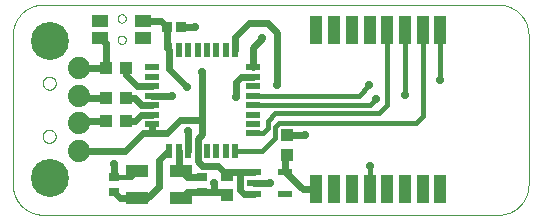
<source format=gtl>
G75*
%MOIN*%
%OFA0B0*%
%FSLAX25Y25*%
%IPPOS*%
%LPD*%
%AMOC8*
5,1,8,0,0,1.08239X$1,22.5*
%
%ADD10C,0.00000*%
%ADD11C,0.07400*%
%ADD12C,0.12661*%
%ADD13R,0.04331X0.09449*%
%ADD14R,0.02200X0.05000*%
%ADD15R,0.05000X0.02200*%
%ADD16R,0.07480X0.04331*%
%ADD17R,0.04331X0.03937*%
%ADD18R,0.03543X0.02756*%
%ADD19R,0.04724X0.02165*%
%ADD20R,0.03937X0.04331*%
%ADD21R,0.03346X0.03543*%
%ADD22R,0.05512X0.04134*%
%ADD23C,0.01600*%
%ADD24C,0.02400*%
%ADD25C,0.02800*%
%ADD26C,0.01200*%
D10*
X0058979Y0013610D02*
X0058979Y0063610D01*
X0058982Y0063852D01*
X0058991Y0064093D01*
X0059005Y0064334D01*
X0059026Y0064575D01*
X0059052Y0064815D01*
X0059084Y0065055D01*
X0059122Y0065294D01*
X0059165Y0065531D01*
X0059215Y0065768D01*
X0059270Y0066003D01*
X0059330Y0066237D01*
X0059397Y0066469D01*
X0059468Y0066700D01*
X0059546Y0066929D01*
X0059629Y0067156D01*
X0059717Y0067381D01*
X0059811Y0067604D01*
X0059910Y0067824D01*
X0060015Y0068042D01*
X0060124Y0068257D01*
X0060239Y0068470D01*
X0060359Y0068680D01*
X0060484Y0068886D01*
X0060614Y0069090D01*
X0060749Y0069291D01*
X0060889Y0069488D01*
X0061033Y0069682D01*
X0061182Y0069872D01*
X0061336Y0070058D01*
X0061494Y0070241D01*
X0061656Y0070420D01*
X0061823Y0070595D01*
X0061994Y0070766D01*
X0062169Y0070933D01*
X0062348Y0071095D01*
X0062531Y0071253D01*
X0062717Y0071407D01*
X0062907Y0071556D01*
X0063101Y0071700D01*
X0063298Y0071840D01*
X0063499Y0071975D01*
X0063703Y0072105D01*
X0063909Y0072230D01*
X0064119Y0072350D01*
X0064332Y0072465D01*
X0064547Y0072574D01*
X0064765Y0072679D01*
X0064985Y0072778D01*
X0065208Y0072872D01*
X0065433Y0072960D01*
X0065660Y0073043D01*
X0065889Y0073121D01*
X0066120Y0073192D01*
X0066352Y0073259D01*
X0066586Y0073319D01*
X0066821Y0073374D01*
X0067058Y0073424D01*
X0067295Y0073467D01*
X0067534Y0073505D01*
X0067774Y0073537D01*
X0068014Y0073563D01*
X0068255Y0073584D01*
X0068496Y0073598D01*
X0068737Y0073607D01*
X0068979Y0073610D01*
X0220854Y0073610D01*
X0221096Y0073607D01*
X0221337Y0073598D01*
X0221578Y0073584D01*
X0221819Y0073563D01*
X0222059Y0073537D01*
X0222299Y0073505D01*
X0222538Y0073467D01*
X0222775Y0073424D01*
X0223012Y0073374D01*
X0223247Y0073319D01*
X0223481Y0073259D01*
X0223713Y0073192D01*
X0223944Y0073121D01*
X0224173Y0073043D01*
X0224400Y0072960D01*
X0224625Y0072872D01*
X0224848Y0072778D01*
X0225068Y0072679D01*
X0225286Y0072574D01*
X0225501Y0072465D01*
X0225714Y0072350D01*
X0225924Y0072230D01*
X0226130Y0072105D01*
X0226334Y0071975D01*
X0226535Y0071840D01*
X0226732Y0071700D01*
X0226926Y0071556D01*
X0227116Y0071407D01*
X0227302Y0071253D01*
X0227485Y0071095D01*
X0227664Y0070933D01*
X0227839Y0070766D01*
X0228010Y0070595D01*
X0228177Y0070420D01*
X0228339Y0070241D01*
X0228497Y0070058D01*
X0228651Y0069872D01*
X0228800Y0069682D01*
X0228944Y0069488D01*
X0229084Y0069291D01*
X0229219Y0069090D01*
X0229349Y0068886D01*
X0229474Y0068680D01*
X0229594Y0068470D01*
X0229709Y0068257D01*
X0229818Y0068042D01*
X0229923Y0067824D01*
X0230022Y0067604D01*
X0230116Y0067381D01*
X0230204Y0067156D01*
X0230287Y0066929D01*
X0230365Y0066700D01*
X0230436Y0066469D01*
X0230503Y0066237D01*
X0230563Y0066003D01*
X0230618Y0065768D01*
X0230668Y0065531D01*
X0230711Y0065294D01*
X0230749Y0065055D01*
X0230781Y0064815D01*
X0230807Y0064575D01*
X0230828Y0064334D01*
X0230842Y0064093D01*
X0230851Y0063852D01*
X0230854Y0063610D01*
X0230854Y0013610D01*
X0230851Y0013368D01*
X0230842Y0013127D01*
X0230828Y0012886D01*
X0230807Y0012645D01*
X0230781Y0012405D01*
X0230749Y0012165D01*
X0230711Y0011926D01*
X0230668Y0011689D01*
X0230618Y0011452D01*
X0230563Y0011217D01*
X0230503Y0010983D01*
X0230436Y0010751D01*
X0230365Y0010520D01*
X0230287Y0010291D01*
X0230204Y0010064D01*
X0230116Y0009839D01*
X0230022Y0009616D01*
X0229923Y0009396D01*
X0229818Y0009178D01*
X0229709Y0008963D01*
X0229594Y0008750D01*
X0229474Y0008540D01*
X0229349Y0008334D01*
X0229219Y0008130D01*
X0229084Y0007929D01*
X0228944Y0007732D01*
X0228800Y0007538D01*
X0228651Y0007348D01*
X0228497Y0007162D01*
X0228339Y0006979D01*
X0228177Y0006800D01*
X0228010Y0006625D01*
X0227839Y0006454D01*
X0227664Y0006287D01*
X0227485Y0006125D01*
X0227302Y0005967D01*
X0227116Y0005813D01*
X0226926Y0005664D01*
X0226732Y0005520D01*
X0226535Y0005380D01*
X0226334Y0005245D01*
X0226130Y0005115D01*
X0225924Y0004990D01*
X0225714Y0004870D01*
X0225501Y0004755D01*
X0225286Y0004646D01*
X0225068Y0004541D01*
X0224848Y0004442D01*
X0224625Y0004348D01*
X0224400Y0004260D01*
X0224173Y0004177D01*
X0223944Y0004099D01*
X0223713Y0004028D01*
X0223481Y0003961D01*
X0223247Y0003901D01*
X0223012Y0003846D01*
X0222775Y0003796D01*
X0222538Y0003753D01*
X0222299Y0003715D01*
X0222059Y0003683D01*
X0221819Y0003657D01*
X0221578Y0003636D01*
X0221337Y0003622D01*
X0221096Y0003613D01*
X0220854Y0003610D01*
X0068979Y0003610D01*
X0068737Y0003613D01*
X0068496Y0003622D01*
X0068255Y0003636D01*
X0068014Y0003657D01*
X0067774Y0003683D01*
X0067534Y0003715D01*
X0067295Y0003753D01*
X0067058Y0003796D01*
X0066821Y0003846D01*
X0066586Y0003901D01*
X0066352Y0003961D01*
X0066120Y0004028D01*
X0065889Y0004099D01*
X0065660Y0004177D01*
X0065433Y0004260D01*
X0065208Y0004348D01*
X0064985Y0004442D01*
X0064765Y0004541D01*
X0064547Y0004646D01*
X0064332Y0004755D01*
X0064119Y0004870D01*
X0063909Y0004990D01*
X0063703Y0005115D01*
X0063499Y0005245D01*
X0063298Y0005380D01*
X0063101Y0005520D01*
X0062907Y0005664D01*
X0062717Y0005813D01*
X0062531Y0005967D01*
X0062348Y0006125D01*
X0062169Y0006287D01*
X0061994Y0006454D01*
X0061823Y0006625D01*
X0061656Y0006800D01*
X0061494Y0006979D01*
X0061336Y0007162D01*
X0061182Y0007348D01*
X0061033Y0007538D01*
X0060889Y0007732D01*
X0060749Y0007929D01*
X0060614Y0008130D01*
X0060484Y0008334D01*
X0060359Y0008540D01*
X0060239Y0008750D01*
X0060124Y0008963D01*
X0060015Y0009178D01*
X0059910Y0009396D01*
X0059811Y0009616D01*
X0059717Y0009839D01*
X0059629Y0010064D01*
X0059546Y0010291D01*
X0059468Y0010520D01*
X0059397Y0010751D01*
X0059330Y0010983D01*
X0059270Y0011217D01*
X0059215Y0011452D01*
X0059165Y0011689D01*
X0059122Y0011926D01*
X0059084Y0012165D01*
X0059052Y0012405D01*
X0059026Y0012645D01*
X0059005Y0012886D01*
X0058991Y0013127D01*
X0058982Y0013368D01*
X0058979Y0013610D01*
X0068920Y0029751D02*
X0068922Y0029844D01*
X0068928Y0029936D01*
X0068938Y0030028D01*
X0068952Y0030119D01*
X0068969Y0030210D01*
X0068991Y0030300D01*
X0069016Y0030389D01*
X0069045Y0030477D01*
X0069078Y0030563D01*
X0069115Y0030648D01*
X0069155Y0030732D01*
X0069199Y0030813D01*
X0069246Y0030893D01*
X0069296Y0030971D01*
X0069350Y0031046D01*
X0069407Y0031119D01*
X0069467Y0031189D01*
X0069530Y0031257D01*
X0069596Y0031322D01*
X0069664Y0031384D01*
X0069735Y0031444D01*
X0069809Y0031500D01*
X0069885Y0031553D01*
X0069963Y0031602D01*
X0070043Y0031649D01*
X0070125Y0031691D01*
X0070209Y0031731D01*
X0070294Y0031766D01*
X0070381Y0031798D01*
X0070469Y0031827D01*
X0070558Y0031851D01*
X0070648Y0031872D01*
X0070739Y0031888D01*
X0070831Y0031901D01*
X0070923Y0031910D01*
X0071016Y0031915D01*
X0071108Y0031916D01*
X0071201Y0031913D01*
X0071293Y0031906D01*
X0071385Y0031895D01*
X0071476Y0031880D01*
X0071567Y0031862D01*
X0071657Y0031839D01*
X0071745Y0031813D01*
X0071833Y0031783D01*
X0071919Y0031749D01*
X0072003Y0031712D01*
X0072086Y0031670D01*
X0072167Y0031626D01*
X0072247Y0031578D01*
X0072324Y0031527D01*
X0072398Y0031472D01*
X0072471Y0031414D01*
X0072541Y0031354D01*
X0072608Y0031290D01*
X0072672Y0031224D01*
X0072734Y0031154D01*
X0072792Y0031083D01*
X0072847Y0031009D01*
X0072899Y0030932D01*
X0072948Y0030853D01*
X0072994Y0030773D01*
X0073036Y0030690D01*
X0073074Y0030606D01*
X0073109Y0030520D01*
X0073140Y0030433D01*
X0073167Y0030345D01*
X0073190Y0030255D01*
X0073210Y0030165D01*
X0073226Y0030074D01*
X0073238Y0029982D01*
X0073246Y0029890D01*
X0073250Y0029797D01*
X0073250Y0029705D01*
X0073246Y0029612D01*
X0073238Y0029520D01*
X0073226Y0029428D01*
X0073210Y0029337D01*
X0073190Y0029247D01*
X0073167Y0029157D01*
X0073140Y0029069D01*
X0073109Y0028982D01*
X0073074Y0028896D01*
X0073036Y0028812D01*
X0072994Y0028729D01*
X0072948Y0028649D01*
X0072899Y0028570D01*
X0072847Y0028493D01*
X0072792Y0028419D01*
X0072734Y0028348D01*
X0072672Y0028278D01*
X0072608Y0028212D01*
X0072541Y0028148D01*
X0072471Y0028088D01*
X0072398Y0028030D01*
X0072324Y0027975D01*
X0072247Y0027924D01*
X0072168Y0027876D01*
X0072086Y0027832D01*
X0072003Y0027790D01*
X0071919Y0027753D01*
X0071833Y0027719D01*
X0071745Y0027689D01*
X0071657Y0027663D01*
X0071567Y0027640D01*
X0071476Y0027622D01*
X0071385Y0027607D01*
X0071293Y0027596D01*
X0071201Y0027589D01*
X0071108Y0027586D01*
X0071016Y0027587D01*
X0070923Y0027592D01*
X0070831Y0027601D01*
X0070739Y0027614D01*
X0070648Y0027630D01*
X0070558Y0027651D01*
X0070469Y0027675D01*
X0070381Y0027704D01*
X0070294Y0027736D01*
X0070209Y0027771D01*
X0070125Y0027811D01*
X0070043Y0027853D01*
X0069963Y0027900D01*
X0069885Y0027949D01*
X0069809Y0028002D01*
X0069735Y0028058D01*
X0069664Y0028118D01*
X0069596Y0028180D01*
X0069530Y0028245D01*
X0069467Y0028313D01*
X0069407Y0028383D01*
X0069350Y0028456D01*
X0069296Y0028531D01*
X0069246Y0028609D01*
X0069199Y0028689D01*
X0069155Y0028770D01*
X0069115Y0028854D01*
X0069078Y0028939D01*
X0069045Y0029025D01*
X0069016Y0029113D01*
X0068991Y0029202D01*
X0068969Y0029292D01*
X0068952Y0029383D01*
X0068938Y0029474D01*
X0068928Y0029566D01*
X0068922Y0029658D01*
X0068920Y0029751D01*
X0068920Y0047468D02*
X0068922Y0047561D01*
X0068928Y0047653D01*
X0068938Y0047745D01*
X0068952Y0047836D01*
X0068969Y0047927D01*
X0068991Y0048017D01*
X0069016Y0048106D01*
X0069045Y0048194D01*
X0069078Y0048280D01*
X0069115Y0048365D01*
X0069155Y0048449D01*
X0069199Y0048530D01*
X0069246Y0048610D01*
X0069296Y0048688D01*
X0069350Y0048763D01*
X0069407Y0048836D01*
X0069467Y0048906D01*
X0069530Y0048974D01*
X0069596Y0049039D01*
X0069664Y0049101D01*
X0069735Y0049161D01*
X0069809Y0049217D01*
X0069885Y0049270D01*
X0069963Y0049319D01*
X0070043Y0049366D01*
X0070125Y0049408D01*
X0070209Y0049448D01*
X0070294Y0049483D01*
X0070381Y0049515D01*
X0070469Y0049544D01*
X0070558Y0049568D01*
X0070648Y0049589D01*
X0070739Y0049605D01*
X0070831Y0049618D01*
X0070923Y0049627D01*
X0071016Y0049632D01*
X0071108Y0049633D01*
X0071201Y0049630D01*
X0071293Y0049623D01*
X0071385Y0049612D01*
X0071476Y0049597D01*
X0071567Y0049579D01*
X0071657Y0049556D01*
X0071745Y0049530D01*
X0071833Y0049500D01*
X0071919Y0049466D01*
X0072003Y0049429D01*
X0072086Y0049387D01*
X0072167Y0049343D01*
X0072247Y0049295D01*
X0072324Y0049244D01*
X0072398Y0049189D01*
X0072471Y0049131D01*
X0072541Y0049071D01*
X0072608Y0049007D01*
X0072672Y0048941D01*
X0072734Y0048871D01*
X0072792Y0048800D01*
X0072847Y0048726D01*
X0072899Y0048649D01*
X0072948Y0048570D01*
X0072994Y0048490D01*
X0073036Y0048407D01*
X0073074Y0048323D01*
X0073109Y0048237D01*
X0073140Y0048150D01*
X0073167Y0048062D01*
X0073190Y0047972D01*
X0073210Y0047882D01*
X0073226Y0047791D01*
X0073238Y0047699D01*
X0073246Y0047607D01*
X0073250Y0047514D01*
X0073250Y0047422D01*
X0073246Y0047329D01*
X0073238Y0047237D01*
X0073226Y0047145D01*
X0073210Y0047054D01*
X0073190Y0046964D01*
X0073167Y0046874D01*
X0073140Y0046786D01*
X0073109Y0046699D01*
X0073074Y0046613D01*
X0073036Y0046529D01*
X0072994Y0046446D01*
X0072948Y0046366D01*
X0072899Y0046287D01*
X0072847Y0046210D01*
X0072792Y0046136D01*
X0072734Y0046065D01*
X0072672Y0045995D01*
X0072608Y0045929D01*
X0072541Y0045865D01*
X0072471Y0045805D01*
X0072398Y0045747D01*
X0072324Y0045692D01*
X0072247Y0045641D01*
X0072168Y0045593D01*
X0072086Y0045549D01*
X0072003Y0045507D01*
X0071919Y0045470D01*
X0071833Y0045436D01*
X0071745Y0045406D01*
X0071657Y0045380D01*
X0071567Y0045357D01*
X0071476Y0045339D01*
X0071385Y0045324D01*
X0071293Y0045313D01*
X0071201Y0045306D01*
X0071108Y0045303D01*
X0071016Y0045304D01*
X0070923Y0045309D01*
X0070831Y0045318D01*
X0070739Y0045331D01*
X0070648Y0045347D01*
X0070558Y0045368D01*
X0070469Y0045392D01*
X0070381Y0045421D01*
X0070294Y0045453D01*
X0070209Y0045488D01*
X0070125Y0045528D01*
X0070043Y0045570D01*
X0069963Y0045617D01*
X0069885Y0045666D01*
X0069809Y0045719D01*
X0069735Y0045775D01*
X0069664Y0045835D01*
X0069596Y0045897D01*
X0069530Y0045962D01*
X0069467Y0046030D01*
X0069407Y0046100D01*
X0069350Y0046173D01*
X0069296Y0046248D01*
X0069246Y0046326D01*
X0069199Y0046406D01*
X0069155Y0046487D01*
X0069115Y0046571D01*
X0069078Y0046656D01*
X0069045Y0046742D01*
X0069016Y0046830D01*
X0068991Y0046919D01*
X0068969Y0047009D01*
X0068952Y0047100D01*
X0068938Y0047191D01*
X0068928Y0047283D01*
X0068922Y0047375D01*
X0068920Y0047468D01*
X0093851Y0061941D02*
X0093853Y0062015D01*
X0093859Y0062089D01*
X0093869Y0062162D01*
X0093883Y0062235D01*
X0093900Y0062307D01*
X0093922Y0062377D01*
X0093947Y0062447D01*
X0093976Y0062515D01*
X0094009Y0062581D01*
X0094045Y0062646D01*
X0094085Y0062708D01*
X0094127Y0062769D01*
X0094173Y0062827D01*
X0094222Y0062882D01*
X0094274Y0062935D01*
X0094329Y0062985D01*
X0094386Y0063031D01*
X0094446Y0063075D01*
X0094508Y0063115D01*
X0094572Y0063152D01*
X0094638Y0063186D01*
X0094706Y0063216D01*
X0094775Y0063242D01*
X0094846Y0063265D01*
X0094917Y0063283D01*
X0094990Y0063298D01*
X0095063Y0063309D01*
X0095137Y0063316D01*
X0095211Y0063319D01*
X0095284Y0063318D01*
X0095358Y0063313D01*
X0095432Y0063304D01*
X0095505Y0063291D01*
X0095577Y0063274D01*
X0095648Y0063254D01*
X0095718Y0063229D01*
X0095786Y0063201D01*
X0095853Y0063170D01*
X0095918Y0063134D01*
X0095981Y0063096D01*
X0096042Y0063054D01*
X0096101Y0063008D01*
X0096157Y0062960D01*
X0096210Y0062909D01*
X0096260Y0062855D01*
X0096308Y0062798D01*
X0096352Y0062739D01*
X0096394Y0062677D01*
X0096432Y0062614D01*
X0096466Y0062548D01*
X0096497Y0062481D01*
X0096524Y0062412D01*
X0096547Y0062342D01*
X0096567Y0062271D01*
X0096583Y0062198D01*
X0096595Y0062125D01*
X0096603Y0062052D01*
X0096607Y0061978D01*
X0096607Y0061904D01*
X0096603Y0061830D01*
X0096595Y0061757D01*
X0096583Y0061684D01*
X0096567Y0061611D01*
X0096547Y0061540D01*
X0096524Y0061470D01*
X0096497Y0061401D01*
X0096466Y0061334D01*
X0096432Y0061268D01*
X0096394Y0061205D01*
X0096352Y0061143D01*
X0096308Y0061084D01*
X0096260Y0061027D01*
X0096210Y0060973D01*
X0096157Y0060922D01*
X0096101Y0060874D01*
X0096042Y0060828D01*
X0095981Y0060786D01*
X0095918Y0060748D01*
X0095853Y0060712D01*
X0095786Y0060681D01*
X0095718Y0060653D01*
X0095648Y0060628D01*
X0095577Y0060608D01*
X0095505Y0060591D01*
X0095432Y0060578D01*
X0095358Y0060569D01*
X0095284Y0060564D01*
X0095211Y0060563D01*
X0095137Y0060566D01*
X0095063Y0060573D01*
X0094990Y0060584D01*
X0094917Y0060599D01*
X0094846Y0060617D01*
X0094775Y0060640D01*
X0094706Y0060666D01*
X0094638Y0060696D01*
X0094572Y0060730D01*
X0094508Y0060767D01*
X0094446Y0060807D01*
X0094386Y0060851D01*
X0094329Y0060897D01*
X0094274Y0060947D01*
X0094222Y0061000D01*
X0094173Y0061055D01*
X0094127Y0061113D01*
X0094085Y0061174D01*
X0094045Y0061236D01*
X0094009Y0061301D01*
X0093976Y0061367D01*
X0093947Y0061435D01*
X0093922Y0061505D01*
X0093900Y0061575D01*
X0093883Y0061647D01*
X0093869Y0061720D01*
X0093859Y0061793D01*
X0093853Y0061867D01*
X0093851Y0061941D01*
X0093851Y0069028D02*
X0093853Y0069102D01*
X0093859Y0069176D01*
X0093869Y0069249D01*
X0093883Y0069322D01*
X0093900Y0069394D01*
X0093922Y0069464D01*
X0093947Y0069534D01*
X0093976Y0069602D01*
X0094009Y0069668D01*
X0094045Y0069733D01*
X0094085Y0069795D01*
X0094127Y0069856D01*
X0094173Y0069914D01*
X0094222Y0069969D01*
X0094274Y0070022D01*
X0094329Y0070072D01*
X0094386Y0070118D01*
X0094446Y0070162D01*
X0094508Y0070202D01*
X0094572Y0070239D01*
X0094638Y0070273D01*
X0094706Y0070303D01*
X0094775Y0070329D01*
X0094846Y0070352D01*
X0094917Y0070370D01*
X0094990Y0070385D01*
X0095063Y0070396D01*
X0095137Y0070403D01*
X0095211Y0070406D01*
X0095284Y0070405D01*
X0095358Y0070400D01*
X0095432Y0070391D01*
X0095505Y0070378D01*
X0095577Y0070361D01*
X0095648Y0070341D01*
X0095718Y0070316D01*
X0095786Y0070288D01*
X0095853Y0070257D01*
X0095918Y0070221D01*
X0095981Y0070183D01*
X0096042Y0070141D01*
X0096101Y0070095D01*
X0096157Y0070047D01*
X0096210Y0069996D01*
X0096260Y0069942D01*
X0096308Y0069885D01*
X0096352Y0069826D01*
X0096394Y0069764D01*
X0096432Y0069701D01*
X0096466Y0069635D01*
X0096497Y0069568D01*
X0096524Y0069499D01*
X0096547Y0069429D01*
X0096567Y0069358D01*
X0096583Y0069285D01*
X0096595Y0069212D01*
X0096603Y0069139D01*
X0096607Y0069065D01*
X0096607Y0068991D01*
X0096603Y0068917D01*
X0096595Y0068844D01*
X0096583Y0068771D01*
X0096567Y0068698D01*
X0096547Y0068627D01*
X0096524Y0068557D01*
X0096497Y0068488D01*
X0096466Y0068421D01*
X0096432Y0068355D01*
X0096394Y0068292D01*
X0096352Y0068230D01*
X0096308Y0068171D01*
X0096260Y0068114D01*
X0096210Y0068060D01*
X0096157Y0068009D01*
X0096101Y0067961D01*
X0096042Y0067915D01*
X0095981Y0067873D01*
X0095918Y0067835D01*
X0095853Y0067799D01*
X0095786Y0067768D01*
X0095718Y0067740D01*
X0095648Y0067715D01*
X0095577Y0067695D01*
X0095505Y0067678D01*
X0095432Y0067665D01*
X0095358Y0067656D01*
X0095284Y0067651D01*
X0095211Y0067650D01*
X0095137Y0067653D01*
X0095063Y0067660D01*
X0094990Y0067671D01*
X0094917Y0067686D01*
X0094846Y0067704D01*
X0094775Y0067727D01*
X0094706Y0067753D01*
X0094638Y0067783D01*
X0094572Y0067817D01*
X0094508Y0067854D01*
X0094446Y0067894D01*
X0094386Y0067938D01*
X0094329Y0067984D01*
X0094274Y0068034D01*
X0094222Y0068087D01*
X0094173Y0068142D01*
X0094127Y0068200D01*
X0094085Y0068261D01*
X0094045Y0068323D01*
X0094009Y0068388D01*
X0093976Y0068454D01*
X0093947Y0068522D01*
X0093922Y0068592D01*
X0093900Y0068662D01*
X0093883Y0068734D01*
X0093869Y0068807D01*
X0093859Y0068880D01*
X0093853Y0068954D01*
X0093851Y0069028D01*
D11*
X0080928Y0052389D03*
X0080928Y0043047D03*
X0080928Y0034173D03*
X0080928Y0024830D03*
D12*
X0071479Y0015775D03*
X0071479Y0061444D03*
D13*
X0160140Y0065185D03*
X0166046Y0065185D03*
X0171951Y0065185D03*
X0177857Y0065185D03*
X0183762Y0065185D03*
X0189668Y0065185D03*
X0195573Y0065185D03*
X0201479Y0065185D03*
X0201479Y0012035D03*
X0195573Y0012035D03*
X0189668Y0012035D03*
X0183762Y0012035D03*
X0177857Y0012035D03*
X0171951Y0012035D03*
X0166046Y0012035D03*
X0160140Y0012035D03*
D14*
X0133127Y0024835D03*
X0129978Y0024835D03*
X0126828Y0024835D03*
X0123679Y0024835D03*
X0120529Y0024835D03*
X0117379Y0024835D03*
X0114230Y0024835D03*
X0111080Y0024835D03*
X0111080Y0058635D03*
X0114230Y0058635D03*
X0117379Y0058635D03*
X0120529Y0058635D03*
X0123679Y0058635D03*
X0126828Y0058635D03*
X0129978Y0058635D03*
X0133127Y0058635D03*
D15*
X0139004Y0052758D03*
X0139004Y0049609D03*
X0139004Y0046459D03*
X0139004Y0043310D03*
X0139004Y0040160D03*
X0139004Y0037010D03*
X0139004Y0033861D03*
X0139004Y0030711D03*
X0105204Y0030711D03*
X0105204Y0033861D03*
X0105204Y0037010D03*
X0105204Y0040160D03*
X0105204Y0043310D03*
X0105204Y0046459D03*
X0105204Y0049609D03*
X0105204Y0052758D03*
D16*
X0100445Y0018137D03*
X0115012Y0018137D03*
X0115012Y0009082D03*
X0100445Y0009082D03*
D17*
X0096700Y0034860D03*
X0090007Y0034860D03*
X0090007Y0042360D03*
X0096700Y0042360D03*
X0096700Y0052360D03*
X0090007Y0052360D03*
D18*
X0092729Y0016169D03*
X0092729Y0011051D03*
X0122104Y0011051D03*
X0122104Y0016169D03*
D19*
X0139485Y0017975D03*
X0149722Y0017975D03*
X0139485Y0014235D03*
X0139485Y0010495D03*
X0149722Y0010495D03*
D20*
X0130229Y0010263D03*
X0130229Y0016956D03*
X0150229Y0023388D03*
X0150229Y0030081D03*
D21*
X0115012Y0066110D03*
X0110445Y0066110D03*
D22*
X0102315Y0068339D03*
X0088142Y0068339D03*
X0088142Y0062630D03*
X0102315Y0062630D03*
D23*
X0139004Y0043310D02*
X0174304Y0043310D01*
X0177729Y0046735D01*
X0189604Y0043610D02*
X0189604Y0065121D01*
X0189668Y0065185D01*
X0183762Y0065185D02*
X0183762Y0040268D01*
X0180854Y0037360D01*
X0146479Y0037360D01*
X0143979Y0034860D01*
X0143979Y0032360D01*
X0142330Y0030711D01*
X0139004Y0030711D01*
X0142079Y0024835D02*
X0146479Y0029235D01*
X0146479Y0032985D01*
X0147729Y0034235D01*
X0193354Y0034235D01*
X0195573Y0036454D01*
X0195573Y0065185D01*
X0201479Y0065185D02*
X0201479Y0048610D01*
X0179904Y0042035D02*
X0178029Y0040160D01*
X0139004Y0040160D01*
X0142079Y0024835D02*
X0133127Y0024835D01*
X0115012Y0018137D02*
X0114230Y0020170D01*
X0111080Y0024835D02*
X0110829Y0024835D01*
X0100445Y0018137D02*
X0098477Y0016169D01*
X0092729Y0016169D01*
X0100445Y0009082D02*
X0103826Y0009082D01*
X0177857Y0012035D02*
X0177857Y0019732D01*
D24*
X0160140Y0012035D02*
X0155662Y0012035D01*
X0149722Y0017975D01*
X0149722Y0022882D01*
X0150229Y0023388D01*
X0139485Y0017975D02*
X0134604Y0017975D01*
X0134604Y0011735D01*
X0135854Y0010485D01*
X0139475Y0010485D01*
X0139485Y0010495D01*
X0130229Y0010263D02*
X0129441Y0011051D01*
X0125854Y0011051D01*
X0125854Y0014235D01*
X0122104Y0016169D02*
X0116981Y0016169D01*
X0115012Y0018137D01*
X0114230Y0020170D02*
X0114230Y0024835D01*
X0117379Y0024835D02*
X0117379Y0031385D01*
X0120529Y0028910D02*
X0122104Y0030485D01*
X0122104Y0035086D01*
X0122104Y0051110D01*
X0117104Y0046110D02*
X0111080Y0052133D01*
X0111080Y0058635D01*
X0110445Y0059270D01*
X0110445Y0066110D01*
X0108216Y0068339D01*
X0102315Y0068339D01*
X0115012Y0066110D02*
X0119604Y0066110D01*
X0133127Y0062758D02*
X0137729Y0067360D01*
X0143979Y0067360D01*
X0147104Y0064235D01*
X0147104Y0046735D01*
X0139004Y0049609D02*
X0134978Y0049609D01*
X0133354Y0047985D01*
X0133354Y0042985D01*
X0112104Y0043310D02*
X0105204Y0043310D01*
X0101804Y0040160D02*
X0099604Y0042360D01*
X0096700Y0042360D01*
X0101804Y0040160D02*
X0105204Y0040160D01*
X0105204Y0037010D02*
X0101754Y0037010D01*
X0099604Y0034860D01*
X0096700Y0034860D01*
X0090007Y0034860D02*
X0081615Y0034860D01*
X0080928Y0034173D01*
X0081615Y0042360D02*
X0080928Y0043047D01*
X0081615Y0042360D02*
X0090007Y0042360D01*
X0096700Y0050263D02*
X0100504Y0046459D01*
X0105204Y0046459D01*
X0096700Y0050263D02*
X0096700Y0052360D01*
X0090007Y0052360D02*
X0090007Y0060765D01*
X0088142Y0062630D01*
X0086228Y0052389D02*
X0080928Y0052389D01*
X0086228Y0052389D02*
X0090007Y0052360D01*
X0133127Y0058635D02*
X0133127Y0062758D01*
X0139004Y0059260D02*
X0142104Y0062360D01*
X0139004Y0059260D02*
X0139004Y0052758D01*
X0122104Y0035086D02*
X0114830Y0035086D01*
X0110455Y0030711D01*
X0105204Y0030711D01*
X0102330Y0030711D01*
X0096479Y0024860D01*
X0080957Y0024860D01*
X0080928Y0024830D01*
X0092719Y0024850D02*
X0096479Y0024860D01*
X0092729Y0020485D02*
X0092729Y0016169D01*
X0092729Y0011051D02*
X0094697Y0009082D01*
X0100445Y0009082D01*
X0103826Y0009082D02*
X0107729Y0012985D01*
X0107729Y0021735D01*
X0110829Y0024835D01*
X0120529Y0024835D02*
X0120529Y0021435D01*
X0122104Y0019860D01*
X0127325Y0019860D01*
X0130229Y0016956D01*
X0131247Y0017975D01*
X0134604Y0017975D01*
X0139485Y0014235D02*
X0144604Y0014235D01*
X0125854Y0011051D02*
X0122104Y0011051D01*
X0116981Y0011051D01*
X0115012Y0009082D01*
X0120529Y0024835D02*
X0120529Y0028910D01*
X0105204Y0030711D02*
X0105204Y0033861D01*
X0150229Y0030081D02*
X0156257Y0030081D01*
D25*
X0156257Y0030081D03*
X0177857Y0019732D03*
X0144604Y0014235D03*
X0125854Y0014235D03*
X0092729Y0020485D03*
X0117379Y0031385D03*
X0133354Y0042985D03*
X0147104Y0046735D03*
X0122104Y0051110D03*
X0117104Y0046110D03*
X0112104Y0043310D03*
X0142104Y0062360D03*
X0119604Y0066110D03*
X0177729Y0046735D03*
X0189604Y0043610D03*
X0179904Y0042035D03*
X0201479Y0048610D03*
D26*
X0097379Y0043610D02*
X0096700Y0042360D01*
M02*

</source>
